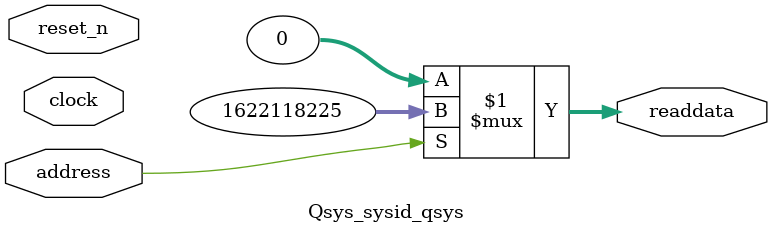
<source format=v>



// synthesis translate_off
`timescale 1ns / 1ps
// synthesis translate_on

// turn off superfluous verilog processor warnings 
// altera message_level Level1 
// altera message_off 10034 10035 10036 10037 10230 10240 10030 

module Qsys_sysid_qsys (
               // inputs:
                address,
                clock,
                reset_n,

               // outputs:
                readdata
             )
;

  output  [ 31: 0] readdata;
  input            address;
  input            clock;
  input            reset_n;

  wire    [ 31: 0] readdata;
  //control_slave, which is an e_avalon_slave
  assign readdata = address ? 1622118225 : 0;

endmodule



</source>
